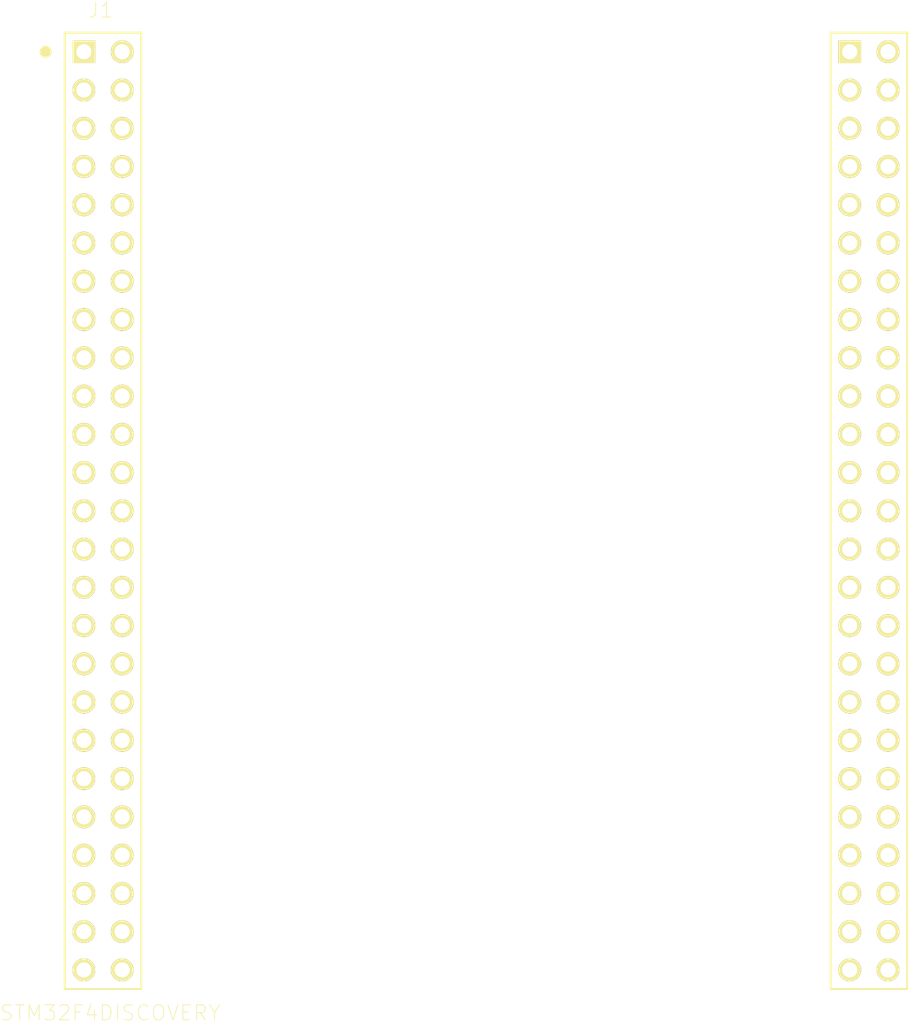
<source format=kicad_pcb>
(kicad_pcb (version 4) (host pcbnew 4.0.7)

  (general
    (links 0)
    (no_connects 0)
    (area 113.502334 96.234414 174.376101 164.763008)
    (thickness 1.6)
    (drawings 0)
    (tracks 0)
    (zones 0)
    (modules 1)
    (nets 101)
  )

  (page A4)
  (layers
    (0 F.Cu signal)
    (31 B.Cu signal)
    (32 B.Adhes user)
    (33 F.Adhes user)
    (34 B.Paste user)
    (35 F.Paste user)
    (36 B.SilkS user)
    (37 F.SilkS user)
    (38 B.Mask user)
    (39 F.Mask user)
    (40 Dwgs.User user)
    (41 Cmts.User user)
    (42 Eco1.User user)
    (43 Eco2.User user)
    (44 Edge.Cuts user)
    (45 Margin user)
    (46 B.CrtYd user)
    (47 F.CrtYd user)
    (48 B.Fab user)
    (49 F.Fab user)
  )

  (setup
    (last_trace_width 0.25)
    (trace_clearance 0.2)
    (zone_clearance 0.508)
    (zone_45_only no)
    (trace_min 0.2)
    (segment_width 0.2)
    (edge_width 0.15)
    (via_size 0.6)
    (via_drill 0.4)
    (via_min_size 0.4)
    (via_min_drill 0.3)
    (uvia_size 0.3)
    (uvia_drill 0.1)
    (uvias_allowed no)
    (uvia_min_size 0.2)
    (uvia_min_drill 0.1)
    (pcb_text_width 0.3)
    (pcb_text_size 1.5 1.5)
    (mod_edge_width 0.15)
    (mod_text_size 1 1)
    (mod_text_width 0.15)
    (pad_size 1.524 1.524)
    (pad_drill 0.762)
    (pad_to_mask_clearance 0.2)
    (aux_axis_origin 0 0)
    (visible_elements 7FFFFFFF)
    (pcbplotparams
      (layerselection 0x00030_80000001)
      (usegerberextensions false)
      (excludeedgelayer true)
      (linewidth 0.100000)
      (plotframeref false)
      (viasonmask false)
      (mode 1)
      (useauxorigin false)
      (hpglpennumber 1)
      (hpglpenspeed 20)
      (hpglpendiameter 15)
      (hpglpenoverlay 2)
      (psnegative false)
      (psa4output false)
      (plotreference true)
      (plotvalue true)
      (plotinvisibletext false)
      (padsonsilk false)
      (subtractmaskfromsilk false)
      (outputformat 1)
      (mirror false)
      (drillshape 1)
      (scaleselection 1)
      (outputdirectory ""))
  )

  (net 0 "")
  (net 1 "Net-(J1-PadP1)")
  (net 2 "Net-(J1-PadP2)")
  (net 3 "Net-(J1-PadP3)")
  (net 4 "Net-(J1-PadP4)")
  (net 5 "Net-(J1-PadP5)")
  (net 6 "Net-(J1-PadP6)")
  (net 7 "Net-(J1-PadP7)")
  (net 8 "Net-(J1-PadP8)")
  (net 9 "Net-(J1-PadP9)")
  (net 10 "Net-(J1-PadP10)")
  (net 11 "Net-(J1-PadP11)")
  (net 12 "Net-(J1-PadP12)")
  (net 13 "Net-(J1-PadP13)")
  (net 14 "Net-(J1-PadP14)")
  (net 15 "Net-(J1-PadP15)")
  (net 16 "Net-(J1-PadP16)")
  (net 17 "Net-(J1-PadP17)")
  (net 18 "Net-(J1-PadP18)")
  (net 19 "Net-(J1-PadP19)")
  (net 20 "Net-(J1-PadP20)")
  (net 21 "Net-(J1-PadP21)")
  (net 22 "Net-(J1-PadP22)")
  (net 23 "Net-(J1-PadP23)")
  (net 24 "Net-(J1-PadP24)")
  (net 25 "Net-(J1-PadP25)")
  (net 26 "Net-(J1-PadP26)")
  (net 27 "Net-(J1-PadP27)")
  (net 28 "Net-(J1-PadP28)")
  (net 29 "Net-(J1-PadP29)")
  (net 30 "Net-(J1-PadP30)")
  (net 31 "Net-(J1-PadP31)")
  (net 32 "Net-(J1-PadP32)")
  (net 33 "Net-(J1-PadP33)")
  (net 34 "Net-(J1-PadP34)")
  (net 35 "Net-(J1-PadP35)")
  (net 36 "Net-(J1-PadP36)")
  (net 37 "Net-(J1-PadP37)")
  (net 38 "Net-(J1-PadP38)")
  (net 39 "Net-(J1-PadP39)")
  (net 40 "Net-(J1-PadP40)")
  (net 41 "Net-(J1-PadP41)")
  (net 42 "Net-(J1-PadP42)")
  (net 43 "Net-(J1-PadP43)")
  (net 44 "Net-(J1-PadP44)")
  (net 45 "Net-(J1-PadP45)")
  (net 46 "Net-(J1-PadP46)")
  (net 47 "Net-(J1-PadP47)")
  (net 48 "Net-(J1-PadP48)")
  (net 49 "Net-(J1-PadP49)")
  (net 50 "Net-(J1-PadP50)")
  (net 51 "Net-(J1-PadP51)")
  (net 52 "Net-(J1-PadP52)")
  (net 53 "Net-(J1-PadP53)")
  (net 54 "Net-(J1-PadP54)")
  (net 55 "Net-(J1-PadP55)")
  (net 56 "Net-(J1-PadP56)")
  (net 57 "Net-(J1-PadP57)")
  (net 58 "Net-(J1-PadP58)")
  (net 59 "Net-(J1-PadP59)")
  (net 60 "Net-(J1-PadP60)")
  (net 61 "Net-(J1-PadP61)")
  (net 62 "Net-(J1-PadP62)")
  (net 63 "Net-(J1-PadP63)")
  (net 64 "Net-(J1-PadP64)")
  (net 65 "Net-(J1-PadP65)")
  (net 66 "Net-(J1-PadP66)")
  (net 67 "Net-(J1-PadP67)")
  (net 68 "Net-(J1-PadP68)")
  (net 69 "Net-(J1-PadP69)")
  (net 70 "Net-(J1-PadP70)")
  (net 71 "Net-(J1-PadP71)")
  (net 72 "Net-(J1-PadP72)")
  (net 73 "Net-(J1-PadP73)")
  (net 74 "Net-(J1-PadP74)")
  (net 75 "Net-(J1-PadP75)")
  (net 76 "Net-(J1-PadP76)")
  (net 77 "Net-(J1-PadP77)")
  (net 78 "Net-(J1-PadP78)")
  (net 79 "Net-(J1-PadP79)")
  (net 80 "Net-(J1-PadP80)")
  (net 81 "Net-(J1-PadP81)")
  (net 82 "Net-(J1-PadP82)")
  (net 83 "Net-(J1-PadP83)")
  (net 84 "Net-(J1-PadP84)")
  (net 85 "Net-(J1-PadP85)")
  (net 86 "Net-(J1-PadP86)")
  (net 87 "Net-(J1-PadP87)")
  (net 88 "Net-(J1-PadP88)")
  (net 89 "Net-(J1-PadP89)")
  (net 90 "Net-(J1-PadP90)")
  (net 91 "Net-(J1-PadP91)")
  (net 92 "Net-(J1-PadP92)")
  (net 93 "Net-(J1-PadP93)")
  (net 94 "Net-(J1-PadP94)")
  (net 95 "Net-(J1-PadP95)")
  (net 96 "Net-(J1-PadP96)")
  (net 97 "Net-(J1-PadP97)")
  (net 98 "Net-(J1-PadP98)")
  (net 99 "Net-(J1-PadP99)")
  (net 100 "Net-(J1-PadP100)")

  (net_class Default "This is the default net class."
    (clearance 0.2)
    (trace_width 0.25)
    (via_dia 0.6)
    (via_drill 0.4)
    (uvia_dia 0.3)
    (uvia_drill 0.1)
    (add_net "Net-(J1-PadP1)")
    (add_net "Net-(J1-PadP10)")
    (add_net "Net-(J1-PadP100)")
    (add_net "Net-(J1-PadP11)")
    (add_net "Net-(J1-PadP12)")
    (add_net "Net-(J1-PadP13)")
    (add_net "Net-(J1-PadP14)")
    (add_net "Net-(J1-PadP15)")
    (add_net "Net-(J1-PadP16)")
    (add_net "Net-(J1-PadP17)")
    (add_net "Net-(J1-PadP18)")
    (add_net "Net-(J1-PadP19)")
    (add_net "Net-(J1-PadP2)")
    (add_net "Net-(J1-PadP20)")
    (add_net "Net-(J1-PadP21)")
    (add_net "Net-(J1-PadP22)")
    (add_net "Net-(J1-PadP23)")
    (add_net "Net-(J1-PadP24)")
    (add_net "Net-(J1-PadP25)")
    (add_net "Net-(J1-PadP26)")
    (add_net "Net-(J1-PadP27)")
    (add_net "Net-(J1-PadP28)")
    (add_net "Net-(J1-PadP29)")
    (add_net "Net-(J1-PadP3)")
    (add_net "Net-(J1-PadP30)")
    (add_net "Net-(J1-PadP31)")
    (add_net "Net-(J1-PadP32)")
    (add_net "Net-(J1-PadP33)")
    (add_net "Net-(J1-PadP34)")
    (add_net "Net-(J1-PadP35)")
    (add_net "Net-(J1-PadP36)")
    (add_net "Net-(J1-PadP37)")
    (add_net "Net-(J1-PadP38)")
    (add_net "Net-(J1-PadP39)")
    (add_net "Net-(J1-PadP4)")
    (add_net "Net-(J1-PadP40)")
    (add_net "Net-(J1-PadP41)")
    (add_net "Net-(J1-PadP42)")
    (add_net "Net-(J1-PadP43)")
    (add_net "Net-(J1-PadP44)")
    (add_net "Net-(J1-PadP45)")
    (add_net "Net-(J1-PadP46)")
    (add_net "Net-(J1-PadP47)")
    (add_net "Net-(J1-PadP48)")
    (add_net "Net-(J1-PadP49)")
    (add_net "Net-(J1-PadP5)")
    (add_net "Net-(J1-PadP50)")
    (add_net "Net-(J1-PadP51)")
    (add_net "Net-(J1-PadP52)")
    (add_net "Net-(J1-PadP53)")
    (add_net "Net-(J1-PadP54)")
    (add_net "Net-(J1-PadP55)")
    (add_net "Net-(J1-PadP56)")
    (add_net "Net-(J1-PadP57)")
    (add_net "Net-(J1-PadP58)")
    (add_net "Net-(J1-PadP59)")
    (add_net "Net-(J1-PadP6)")
    (add_net "Net-(J1-PadP60)")
    (add_net "Net-(J1-PadP61)")
    (add_net "Net-(J1-PadP62)")
    (add_net "Net-(J1-PadP63)")
    (add_net "Net-(J1-PadP64)")
    (add_net "Net-(J1-PadP65)")
    (add_net "Net-(J1-PadP66)")
    (add_net "Net-(J1-PadP67)")
    (add_net "Net-(J1-PadP68)")
    (add_net "Net-(J1-PadP69)")
    (add_net "Net-(J1-PadP7)")
    (add_net "Net-(J1-PadP70)")
    (add_net "Net-(J1-PadP71)")
    (add_net "Net-(J1-PadP72)")
    (add_net "Net-(J1-PadP73)")
    (add_net "Net-(J1-PadP74)")
    (add_net "Net-(J1-PadP75)")
    (add_net "Net-(J1-PadP76)")
    (add_net "Net-(J1-PadP77)")
    (add_net "Net-(J1-PadP78)")
    (add_net "Net-(J1-PadP79)")
    (add_net "Net-(J1-PadP8)")
    (add_net "Net-(J1-PadP80)")
    (add_net "Net-(J1-PadP81)")
    (add_net "Net-(J1-PadP82)")
    (add_net "Net-(J1-PadP83)")
    (add_net "Net-(J1-PadP84)")
    (add_net "Net-(J1-PadP85)")
    (add_net "Net-(J1-PadP86)")
    (add_net "Net-(J1-PadP87)")
    (add_net "Net-(J1-PadP88)")
    (add_net "Net-(J1-PadP89)")
    (add_net "Net-(J1-PadP9)")
    (add_net "Net-(J1-PadP90)")
    (add_net "Net-(J1-PadP91)")
    (add_net "Net-(J1-PadP92)")
    (add_net "Net-(J1-PadP93)")
    (add_net "Net-(J1-PadP94)")
    (add_net "Net-(J1-PadP95)")
    (add_net "Net-(J1-PadP96)")
    (add_net "Net-(J1-PadP97)")
    (add_net "Net-(J1-PadP98)")
    (add_net "Net-(J1-PadP99)")
  )

  (module STM32F4DISCOVERY:STMICROELECTRONICS_STM32F4DISCOVERY (layer F.Cu) (tedit 0) (tstamp 5AFBCDF2)
    (at 148.5011 105.0036)
    (path /5AFBC468)
    (fp_text reference J1 (at 1.12033 -2.76273) (layer F.SilkS)
      (effects (font (size 1.00208 1.00208) (thickness 0.05)))
    )
    (fp_text value STM32F4DISCOVERY (at 1.75564 63.8132) (layer F.SilkS)
      (effects (font (size 1.00151 1.00151) (thickness 0.05)))
    )
    (fp_line (start -1.27 -1.27) (end 3.81 -1.27) (layer Dwgs.User) (width 0.127))
    (fp_line (start 3.81 -1.27) (end 3.81 62.23) (layer Dwgs.User) (width 0.127))
    (fp_line (start 3.81 62.23) (end -1.27 62.23) (layer Dwgs.User) (width 0.127))
    (fp_line (start -1.27 62.23) (end -1.27 -1.27) (layer Dwgs.User) (width 0.127))
    (fp_line (start 49.53 -1.27) (end 54.61 -1.27) (layer Dwgs.User) (width 0.127))
    (fp_line (start 54.61 -1.27) (end 54.61 62.23) (layer Dwgs.User) (width 0.127))
    (fp_line (start 54.61 62.23) (end 49.53 62.23) (layer Dwgs.User) (width 0.127))
    (fp_line (start 49.53 62.23) (end 49.53 -1.27) (layer Dwgs.User) (width 0.127))
    (fp_line (start -1.27 -1.27) (end 3.81 -1.27) (layer F.SilkS) (width 0.127))
    (fp_line (start 3.81 -1.27) (end 3.81 62.23) (layer F.SilkS) (width 0.127))
    (fp_line (start 3.81 62.23) (end -1.27 62.23) (layer F.SilkS) (width 0.127))
    (fp_line (start -1.27 62.23) (end -1.27 -1.27) (layer F.SilkS) (width 0.127))
    (fp_line (start 49.53 -1.27) (end 54.61 -1.27) (layer F.SilkS) (width 0.127))
    (fp_line (start 54.61 -1.27) (end 54.61 62.23) (layer F.SilkS) (width 0.127))
    (fp_line (start 54.61 62.23) (end 49.53 62.23) (layer F.SilkS) (width 0.127))
    (fp_line (start 49.53 62.23) (end 49.53 -1.27) (layer F.SilkS) (width 0.127))
    (fp_line (start -1.52 -1.52) (end 4.06 -1.52) (layer Dwgs.User) (width 0.05))
    (fp_line (start 4.06 -1.52) (end 4.06 62.48) (layer Dwgs.User) (width 0.05))
    (fp_line (start 4.06 62.48) (end -1.52 62.48) (layer Dwgs.User) (width 0.05))
    (fp_line (start -1.52 62.48) (end -1.52 -1.52) (layer Dwgs.User) (width 0.05))
    (fp_line (start 49.28 -1.52) (end 54.86 -1.52) (layer Dwgs.User) (width 0.05))
    (fp_line (start 54.86 -1.52) (end 54.86 62.48) (layer Dwgs.User) (width 0.05))
    (fp_line (start 49.28 62.48) (end 49.28 -1.52) (layer Dwgs.User) (width 0.05))
    (fp_line (start 54.86 62.48) (end 49.28 62.48) (layer Dwgs.User) (width 0.05))
    (fp_circle (center -2.54 0) (end -2.34 0) (layer F.SilkS) (width 0.4))
    (fp_circle (center -2.54 0) (end -2.34 0) (layer Dwgs.User) (width 0.4))
    (pad P1 thru_hole rect (at 0 0) (size 1.508 1.508) (drill 1) (layers *.Cu *.Mask F.SilkS)
      (net 1 "Net-(J1-PadP1)"))
    (pad P2 thru_hole circle (at 2.54 0) (size 1.508 1.508) (drill 1) (layers *.Cu *.Mask F.SilkS)
      (net 2 "Net-(J1-PadP2)"))
    (pad P3 thru_hole circle (at 0 2.54) (size 1.508 1.508) (drill 1) (layers *.Cu *.Mask F.SilkS)
      (net 3 "Net-(J1-PadP3)"))
    (pad P4 thru_hole circle (at 2.54 2.54) (size 1.508 1.508) (drill 1) (layers *.Cu *.Mask F.SilkS)
      (net 4 "Net-(J1-PadP4)"))
    (pad P5 thru_hole circle (at 0 5.08) (size 1.508 1.508) (drill 1) (layers *.Cu *.Mask F.SilkS)
      (net 5 "Net-(J1-PadP5)"))
    (pad P6 thru_hole circle (at 2.54 5.08) (size 1.508 1.508) (drill 1) (layers *.Cu *.Mask F.SilkS)
      (net 6 "Net-(J1-PadP6)"))
    (pad P7 thru_hole circle (at 0 7.62) (size 1.508 1.508) (drill 1) (layers *.Cu *.Mask F.SilkS)
      (net 7 "Net-(J1-PadP7)"))
    (pad P8 thru_hole circle (at 2.54 7.62) (size 1.508 1.508) (drill 1) (layers *.Cu *.Mask F.SilkS)
      (net 8 "Net-(J1-PadP8)"))
    (pad P9 thru_hole circle (at 0 10.16) (size 1.508 1.508) (drill 1) (layers *.Cu *.Mask F.SilkS)
      (net 9 "Net-(J1-PadP9)"))
    (pad P10 thru_hole circle (at 2.54 10.16) (size 1.508 1.508) (drill 1) (layers *.Cu *.Mask F.SilkS)
      (net 10 "Net-(J1-PadP10)"))
    (pad P11 thru_hole circle (at 0 12.7) (size 1.508 1.508) (drill 1) (layers *.Cu *.Mask F.SilkS)
      (net 11 "Net-(J1-PadP11)"))
    (pad P12 thru_hole circle (at 2.54 12.7) (size 1.508 1.508) (drill 1) (layers *.Cu *.Mask F.SilkS)
      (net 12 "Net-(J1-PadP12)"))
    (pad P13 thru_hole circle (at 0 15.24) (size 1.508 1.508) (drill 1) (layers *.Cu *.Mask F.SilkS)
      (net 13 "Net-(J1-PadP13)"))
    (pad P14 thru_hole circle (at 2.54 15.24) (size 1.508 1.508) (drill 1) (layers *.Cu *.Mask F.SilkS)
      (net 14 "Net-(J1-PadP14)"))
    (pad P15 thru_hole circle (at 0 17.78) (size 1.508 1.508) (drill 1) (layers *.Cu *.Mask F.SilkS)
      (net 15 "Net-(J1-PadP15)"))
    (pad P16 thru_hole circle (at 2.54 17.78) (size 1.508 1.508) (drill 1) (layers *.Cu *.Mask F.SilkS)
      (net 16 "Net-(J1-PadP16)"))
    (pad P17 thru_hole circle (at 0 20.32) (size 1.508 1.508) (drill 1) (layers *.Cu *.Mask F.SilkS)
      (net 17 "Net-(J1-PadP17)"))
    (pad P18 thru_hole circle (at 2.54 20.32) (size 1.508 1.508) (drill 1) (layers *.Cu *.Mask F.SilkS)
      (net 18 "Net-(J1-PadP18)"))
    (pad P19 thru_hole circle (at 0 22.86) (size 1.508 1.508) (drill 1) (layers *.Cu *.Mask F.SilkS)
      (net 19 "Net-(J1-PadP19)"))
    (pad P20 thru_hole circle (at 2.54 22.86) (size 1.508 1.508) (drill 1) (layers *.Cu *.Mask F.SilkS)
      (net 20 "Net-(J1-PadP20)"))
    (pad P21 thru_hole circle (at 0 25.4) (size 1.508 1.508) (drill 1) (layers *.Cu *.Mask F.SilkS)
      (net 21 "Net-(J1-PadP21)"))
    (pad P22 thru_hole circle (at 2.54 25.4) (size 1.508 1.508) (drill 1) (layers *.Cu *.Mask F.SilkS)
      (net 22 "Net-(J1-PadP22)"))
    (pad P23 thru_hole circle (at 0 27.94) (size 1.508 1.508) (drill 1) (layers *.Cu *.Mask F.SilkS)
      (net 23 "Net-(J1-PadP23)"))
    (pad P24 thru_hole circle (at 2.54 27.94) (size 1.508 1.508) (drill 1) (layers *.Cu *.Mask F.SilkS)
      (net 24 "Net-(J1-PadP24)"))
    (pad P25 thru_hole circle (at 0 30.48) (size 1.508 1.508) (drill 1) (layers *.Cu *.Mask F.SilkS)
      (net 25 "Net-(J1-PadP25)"))
    (pad P26 thru_hole circle (at 2.54 30.48) (size 1.508 1.508) (drill 1) (layers *.Cu *.Mask F.SilkS)
      (net 26 "Net-(J1-PadP26)"))
    (pad P27 thru_hole circle (at 0 33.02) (size 1.508 1.508) (drill 1) (layers *.Cu *.Mask F.SilkS)
      (net 27 "Net-(J1-PadP27)"))
    (pad P28 thru_hole circle (at 2.54 33.02) (size 1.508 1.508) (drill 1) (layers *.Cu *.Mask F.SilkS)
      (net 28 "Net-(J1-PadP28)"))
    (pad P29 thru_hole circle (at 0 35.56) (size 1.508 1.508) (drill 1) (layers *.Cu *.Mask F.SilkS)
      (net 29 "Net-(J1-PadP29)"))
    (pad P30 thru_hole circle (at 2.54 35.56) (size 1.508 1.508) (drill 1) (layers *.Cu *.Mask F.SilkS)
      (net 30 "Net-(J1-PadP30)"))
    (pad P31 thru_hole circle (at 0 38.1) (size 1.508 1.508) (drill 1) (layers *.Cu *.Mask F.SilkS)
      (net 31 "Net-(J1-PadP31)"))
    (pad P32 thru_hole circle (at 2.54 38.1) (size 1.508 1.508) (drill 1) (layers *.Cu *.Mask F.SilkS)
      (net 32 "Net-(J1-PadP32)"))
    (pad P33 thru_hole circle (at 0 40.64) (size 1.508 1.508) (drill 1) (layers *.Cu *.Mask F.SilkS)
      (net 33 "Net-(J1-PadP33)"))
    (pad P34 thru_hole circle (at 2.54 40.64) (size 1.508 1.508) (drill 1) (layers *.Cu *.Mask F.SilkS)
      (net 34 "Net-(J1-PadP34)"))
    (pad P35 thru_hole circle (at 0 43.18) (size 1.508 1.508) (drill 1) (layers *.Cu *.Mask F.SilkS)
      (net 35 "Net-(J1-PadP35)"))
    (pad P36 thru_hole circle (at 2.54 43.18) (size 1.508 1.508) (drill 1) (layers *.Cu *.Mask F.SilkS)
      (net 36 "Net-(J1-PadP36)"))
    (pad P37 thru_hole circle (at 0 45.72) (size 1.508 1.508) (drill 1) (layers *.Cu *.Mask F.SilkS)
      (net 37 "Net-(J1-PadP37)"))
    (pad P38 thru_hole circle (at 2.54 45.72) (size 1.508 1.508) (drill 1) (layers *.Cu *.Mask F.SilkS)
      (net 38 "Net-(J1-PadP38)"))
    (pad P39 thru_hole circle (at 0 48.26) (size 1.508 1.508) (drill 1) (layers *.Cu *.Mask F.SilkS)
      (net 39 "Net-(J1-PadP39)"))
    (pad P40 thru_hole circle (at 2.54 48.26) (size 1.508 1.508) (drill 1) (layers *.Cu *.Mask F.SilkS)
      (net 40 "Net-(J1-PadP40)"))
    (pad P41 thru_hole circle (at 0 50.8) (size 1.508 1.508) (drill 1) (layers *.Cu *.Mask F.SilkS)
      (net 41 "Net-(J1-PadP41)"))
    (pad P42 thru_hole circle (at 2.54 50.8) (size 1.508 1.508) (drill 1) (layers *.Cu *.Mask F.SilkS)
      (net 42 "Net-(J1-PadP42)"))
    (pad P43 thru_hole circle (at 0 53.34) (size 1.508 1.508) (drill 1) (layers *.Cu *.Mask F.SilkS)
      (net 43 "Net-(J1-PadP43)"))
    (pad P44 thru_hole circle (at 2.54 53.34) (size 1.508 1.508) (drill 1) (layers *.Cu *.Mask F.SilkS)
      (net 44 "Net-(J1-PadP44)"))
    (pad P45 thru_hole circle (at 0 55.88) (size 1.508 1.508) (drill 1) (layers *.Cu *.Mask F.SilkS)
      (net 45 "Net-(J1-PadP45)"))
    (pad P46 thru_hole circle (at 2.54 55.88) (size 1.508 1.508) (drill 1) (layers *.Cu *.Mask F.SilkS)
      (net 46 "Net-(J1-PadP46)"))
    (pad P47 thru_hole circle (at 0 58.42) (size 1.508 1.508) (drill 1) (layers *.Cu *.Mask F.SilkS)
      (net 47 "Net-(J1-PadP47)"))
    (pad P48 thru_hole circle (at 2.54 58.42) (size 1.508 1.508) (drill 1) (layers *.Cu *.Mask F.SilkS)
      (net 48 "Net-(J1-PadP48)"))
    (pad P49 thru_hole circle (at 0 60.96) (size 1.508 1.508) (drill 1) (layers *.Cu *.Mask F.SilkS)
      (net 49 "Net-(J1-PadP49)"))
    (pad P50 thru_hole circle (at 2.54 60.96) (size 1.508 1.508) (drill 1) (layers *.Cu *.Mask F.SilkS)
      (net 50 "Net-(J1-PadP50)"))
    (pad P51 thru_hole rect (at 50.8 0) (size 1.508 1.508) (drill 1) (layers *.Cu *.Mask F.SilkS)
      (net 51 "Net-(J1-PadP51)"))
    (pad P52 thru_hole circle (at 53.34 0) (size 1.508 1.508) (drill 1) (layers *.Cu *.Mask F.SilkS)
      (net 52 "Net-(J1-PadP52)"))
    (pad P53 thru_hole circle (at 50.8 2.54) (size 1.508 1.508) (drill 1) (layers *.Cu *.Mask F.SilkS)
      (net 53 "Net-(J1-PadP53)"))
    (pad P54 thru_hole circle (at 53.34 2.54) (size 1.508 1.508) (drill 1) (layers *.Cu *.Mask F.SilkS)
      (net 54 "Net-(J1-PadP54)"))
    (pad P55 thru_hole circle (at 50.8 5.08) (size 1.508 1.508) (drill 1) (layers *.Cu *.Mask F.SilkS)
      (net 55 "Net-(J1-PadP55)"))
    (pad P56 thru_hole circle (at 53.34 5.08) (size 1.508 1.508) (drill 1) (layers *.Cu *.Mask F.SilkS)
      (net 56 "Net-(J1-PadP56)"))
    (pad P57 thru_hole circle (at 50.8 7.62) (size 1.508 1.508) (drill 1) (layers *.Cu *.Mask F.SilkS)
      (net 57 "Net-(J1-PadP57)"))
    (pad P58 thru_hole circle (at 53.34 7.62) (size 1.508 1.508) (drill 1) (layers *.Cu *.Mask F.SilkS)
      (net 58 "Net-(J1-PadP58)"))
    (pad P59 thru_hole circle (at 50.8 10.16) (size 1.508 1.508) (drill 1) (layers *.Cu *.Mask F.SilkS)
      (net 59 "Net-(J1-PadP59)"))
    (pad P60 thru_hole circle (at 53.34 10.16) (size 1.508 1.508) (drill 1) (layers *.Cu *.Mask F.SilkS)
      (net 60 "Net-(J1-PadP60)"))
    (pad P61 thru_hole circle (at 50.8 12.7) (size 1.508 1.508) (drill 1) (layers *.Cu *.Mask F.SilkS)
      (net 61 "Net-(J1-PadP61)"))
    (pad P62 thru_hole circle (at 53.34 12.7) (size 1.508 1.508) (drill 1) (layers *.Cu *.Mask F.SilkS)
      (net 62 "Net-(J1-PadP62)"))
    (pad P63 thru_hole circle (at 50.8 15.24) (size 1.508 1.508) (drill 1) (layers *.Cu *.Mask F.SilkS)
      (net 63 "Net-(J1-PadP63)"))
    (pad P64 thru_hole circle (at 53.34 15.24) (size 1.508 1.508) (drill 1) (layers *.Cu *.Mask F.SilkS)
      (net 64 "Net-(J1-PadP64)"))
    (pad P65 thru_hole circle (at 50.8 17.78) (size 1.508 1.508) (drill 1) (layers *.Cu *.Mask F.SilkS)
      (net 65 "Net-(J1-PadP65)"))
    (pad P66 thru_hole circle (at 53.34 17.78) (size 1.508 1.508) (drill 1) (layers *.Cu *.Mask F.SilkS)
      (net 66 "Net-(J1-PadP66)"))
    (pad P67 thru_hole circle (at 50.8 20.32) (size 1.508 1.508) (drill 1) (layers *.Cu *.Mask F.SilkS)
      (net 67 "Net-(J1-PadP67)"))
    (pad P68 thru_hole circle (at 53.34 20.32) (size 1.508 1.508) (drill 1) (layers *.Cu *.Mask F.SilkS)
      (net 68 "Net-(J1-PadP68)"))
    (pad P69 thru_hole circle (at 50.8 22.86) (size 1.508 1.508) (drill 1) (layers *.Cu *.Mask F.SilkS)
      (net 69 "Net-(J1-PadP69)"))
    (pad P70 thru_hole circle (at 53.34 22.86) (size 1.508 1.508) (drill 1) (layers *.Cu *.Mask F.SilkS)
      (net 70 "Net-(J1-PadP70)"))
    (pad P71 thru_hole circle (at 50.8 25.4) (size 1.508 1.508) (drill 1) (layers *.Cu *.Mask F.SilkS)
      (net 71 "Net-(J1-PadP71)"))
    (pad P72 thru_hole circle (at 53.34 25.4) (size 1.508 1.508) (drill 1) (layers *.Cu *.Mask F.SilkS)
      (net 72 "Net-(J1-PadP72)"))
    (pad P73 thru_hole circle (at 50.8 27.94) (size 1.508 1.508) (drill 1) (layers *.Cu *.Mask F.SilkS)
      (net 73 "Net-(J1-PadP73)"))
    (pad P74 thru_hole circle (at 53.34 27.94) (size 1.508 1.508) (drill 1) (layers *.Cu *.Mask F.SilkS)
      (net 74 "Net-(J1-PadP74)"))
    (pad P75 thru_hole circle (at 50.8 30.48) (size 1.508 1.508) (drill 1) (layers *.Cu *.Mask F.SilkS)
      (net 75 "Net-(J1-PadP75)"))
    (pad P76 thru_hole circle (at 53.34 30.48) (size 1.508 1.508) (drill 1) (layers *.Cu *.Mask F.SilkS)
      (net 76 "Net-(J1-PadP76)"))
    (pad P77 thru_hole circle (at 50.8 33.02) (size 1.508 1.508) (drill 1) (layers *.Cu *.Mask F.SilkS)
      (net 77 "Net-(J1-PadP77)"))
    (pad P78 thru_hole circle (at 53.34 33.02) (size 1.508 1.508) (drill 1) (layers *.Cu *.Mask F.SilkS)
      (net 78 "Net-(J1-PadP78)"))
    (pad P79 thru_hole circle (at 50.8 35.56) (size 1.508 1.508) (drill 1) (layers *.Cu *.Mask F.SilkS)
      (net 79 "Net-(J1-PadP79)"))
    (pad P80 thru_hole circle (at 53.34 35.56) (size 1.508 1.508) (drill 1) (layers *.Cu *.Mask F.SilkS)
      (net 80 "Net-(J1-PadP80)"))
    (pad P81 thru_hole circle (at 50.8 38.1) (size 1.508 1.508) (drill 1) (layers *.Cu *.Mask F.SilkS)
      (net 81 "Net-(J1-PadP81)"))
    (pad P82 thru_hole circle (at 53.34 38.1) (size 1.508 1.508) (drill 1) (layers *.Cu *.Mask F.SilkS)
      (net 82 "Net-(J1-PadP82)"))
    (pad P83 thru_hole circle (at 50.8 40.64) (size 1.508 1.508) (drill 1) (layers *.Cu *.Mask F.SilkS)
      (net 83 "Net-(J1-PadP83)"))
    (pad P84 thru_hole circle (at 53.34 40.64) (size 1.508 1.508) (drill 1) (layers *.Cu *.Mask F.SilkS)
      (net 84 "Net-(J1-PadP84)"))
    (pad P85 thru_hole circle (at 50.8 43.18) (size 1.508 1.508) (drill 1) (layers *.Cu *.Mask F.SilkS)
      (net 85 "Net-(J1-PadP85)"))
    (pad P86 thru_hole circle (at 53.34 43.18) (size 1.508 1.508) (drill 1) (layers *.Cu *.Mask F.SilkS)
      (net 86 "Net-(J1-PadP86)"))
    (pad P87 thru_hole circle (at 50.8 45.72) (size 1.508 1.508) (drill 1) (layers *.Cu *.Mask F.SilkS)
      (net 87 "Net-(J1-PadP87)"))
    (pad P88 thru_hole circle (at 53.34 45.72) (size 1.508 1.508) (drill 1) (layers *.Cu *.Mask F.SilkS)
      (net 88 "Net-(J1-PadP88)"))
    (pad P89 thru_hole circle (at 50.8 48.26) (size 1.508 1.508) (drill 1) (layers *.Cu *.Mask F.SilkS)
      (net 89 "Net-(J1-PadP89)"))
    (pad P90 thru_hole circle (at 53.34 48.26) (size 1.508 1.508) (drill 1) (layers *.Cu *.Mask F.SilkS)
      (net 90 "Net-(J1-PadP90)"))
    (pad P91 thru_hole circle (at 50.8 50.8) (size 1.508 1.508) (drill 1) (layers *.Cu *.Mask F.SilkS)
      (net 91 "Net-(J1-PadP91)"))
    (pad P92 thru_hole circle (at 53.34 50.8) (size 1.508 1.508) (drill 1) (layers *.Cu *.Mask F.SilkS)
      (net 92 "Net-(J1-PadP92)"))
    (pad P93 thru_hole circle (at 50.8 53.34) (size 1.508 1.508) (drill 1) (layers *.Cu *.Mask F.SilkS)
      (net 93 "Net-(J1-PadP93)"))
    (pad P94 thru_hole circle (at 53.34 53.34) (size 1.508 1.508) (drill 1) (layers *.Cu *.Mask F.SilkS)
      (net 94 "Net-(J1-PadP94)"))
    (pad P95 thru_hole circle (at 50.8 55.88) (size 1.508 1.508) (drill 1) (layers *.Cu *.Mask F.SilkS)
      (net 95 "Net-(J1-PadP95)"))
    (pad P96 thru_hole circle (at 53.34 55.88) (size 1.508 1.508) (drill 1) (layers *.Cu *.Mask F.SilkS)
      (net 96 "Net-(J1-PadP96)"))
    (pad P97 thru_hole circle (at 50.8 58.42) (size 1.508 1.508) (drill 1) (layers *.Cu *.Mask F.SilkS)
      (net 97 "Net-(J1-PadP97)"))
    (pad P98 thru_hole circle (at 53.34 58.42) (size 1.508 1.508) (drill 1) (layers *.Cu *.Mask F.SilkS)
      (net 98 "Net-(J1-PadP98)"))
    (pad P99 thru_hole circle (at 50.8 60.96) (size 1.508 1.508) (drill 1) (layers *.Cu *.Mask F.SilkS)
      (net 99 "Net-(J1-PadP99)"))
    (pad P100 thru_hole circle (at 53.34 60.96) (size 1.508 1.508) (drill 1) (layers *.Cu *.Mask F.SilkS)
      (net 100 "Net-(J1-PadP100)"))
  )

)

</source>
